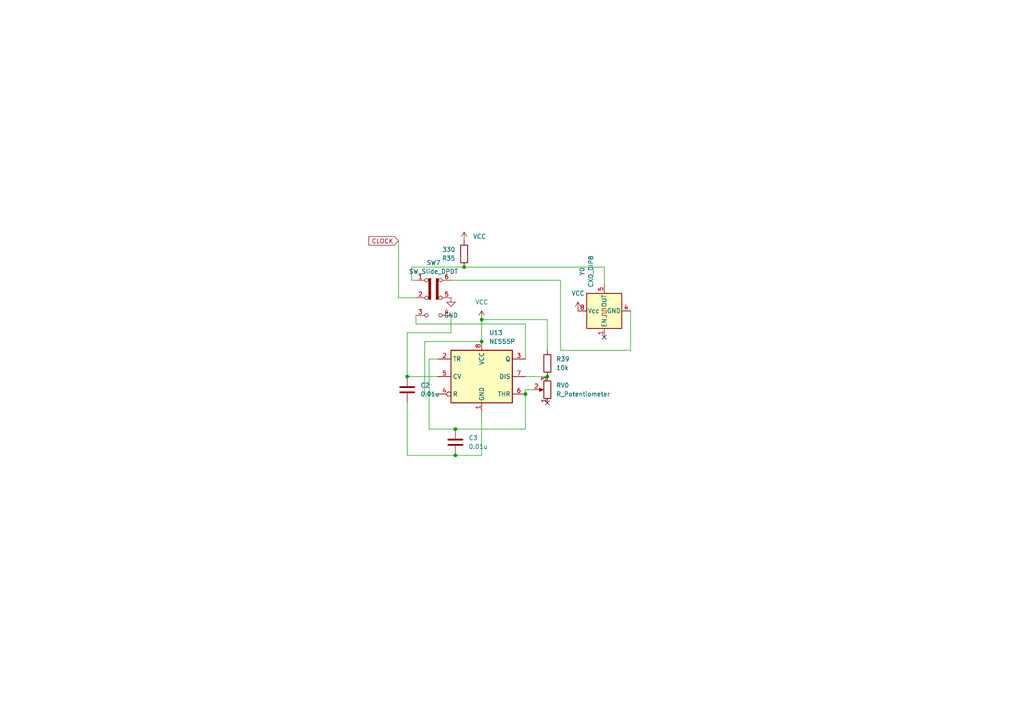
<source format=kicad_sch>
(kicad_sch (version 20250114) (generator "eeschema") (generator_version "9.0")
  (paper "A4")
  (lib_symbols
    (symbol "Device:C" (pin_numbers (hide yes)) (pin_names (offset 0.254))
      (property "Reference" "C" (at 0.635 2.54 0))
      (property "Value" "C" (at 0.635 -2.54 0))
      (symbol "C_0_1"
        (polyline (pts (xy -2.032 0.762) (xy 2.032 0.762)) (stroke (width 0.508)))
        (polyline (pts (xy -2.032 -0.762) (xy 2.032 -0.762)) (stroke (width 0.508)))
      )
      (symbol "C_1_1"
        (pin passive line (at 0 3.81 270) (length 2.794) (name "~") (number "1"))
        (pin passive line (at 0 -3.81 90) (length 2.794) (name "~") (number "2"))
      )
    )
    (symbol "Device:R" (pin_numbers (hide yes)) (pin_names (offset 0))
      (property "Reference" "R" (at 2.032 0 90))
      (property "Value" "R" (at 0 0 90))
      (symbol "R_0_1"
        (rectangle (start -1.016 -2.54) (end 1.016 2.54) (stroke (width 0.254)))
      )
      (symbol "R_1_1"
        (pin passive line (at 0 3.81 270) (length 1.27) (name "~") (number "1"))
        (pin passive line (at 0 -3.81 90) (length 1.27) (name "~") (number "2"))
      )
    )
    (symbol "Device:R_Potentiometer" (pin_names (offset 1.016) (hide yes))
      (property "Reference" "RV" (at -4.445 0 90))
      (property "Value" "R_Potentiometer" (at -2.54 0 90))
      (symbol "R_Potentiometer_0_1"
        (rectangle (start 1.016 2.54) (end -1.016 -2.54) (stroke (width 0.254)))
        (polyline (pts (xy 1.143 0) (xy 2.286 0.508) (xy 2.286 -0.508) (xy 1.143 0)) (fill (type outline)))
        (polyline (pts (xy 2.54 0) (xy 1.524 0)))
      )
      (symbol "R_Potentiometer_1_1"
        (pin passive line (at 0 3.81 270) (length 1.27) (name "1") (number "1"))
        (pin passive line (at 0 -3.81 90) (length 1.27) (name "3") (number "3"))
        (pin passive line (at 3.81 0 180) (length 1.27) (name "2") (number "2"))
      )
    )
    (symbol "Oscillator:CXO_DIP8" (pin_names (offset 0.254))
      (property "Reference" "Y" (at -5.08 6.35 0))
      (property "Value" "CXO_DIP8" (at 1.27 -6.35 0))
      (symbol "CXO_DIP8_0_1"
        (rectangle (start -5.08 5.08) (end 5.08 -5.08) (stroke (width 0.254)) (fill (type background)))
        (polyline (pts (xy -1.905 -0.635) (xy -1.27 -0.635) (xy -1.27 0.635) (xy -0.635 0.635) (xy -0.635 -0.635) (xy 0 -0.635) (xy 0 0.635) (xy 0.635 0.635) (xy 0.635 -0.635)))
      )
      (symbol "CXO_DIP8_1_1"
        (pin input line (at -7.62 0 0) (length 2.54) (name "EN") (number "1"))
        (pin power_in line (at 0 7.62 270) (length 2.54) (name "Vcc") (number "8"))
        (pin power_in line (at 0 -7.62 90) (length 2.54) (name "GND") (number "4"))
        (pin output line (at 7.62 0 180) (length 2.54) (name "OUT") (number "5"))
      )
    )
    (symbol "Switch:SW_Slide_DPDT" (pin_names (offset 0) (hide yes))
      (property "Reference" "SW" (at 0 6.858 0))
      (property "Value" "SW_Slide_DPDT" (at 0 -8.128 0))
      (symbol "SW_Slide_DPDT_0_0"
        (circle (center -2.032 5.08) (radius 0.508))
        (circle (center -2.032 -5.08) (radius 0.508))
        (circle (center 2.032 0) (radius 0.508))
        (circle (center 2.032 -5.08) (radius 0.508))
      )
      (symbol "SW_Slide_DPDT_0_1"
        (circle (center -2.032 0) (radius 0.508))
        (circle (center 2.032 5.08) (radius 0.508))
      )
      (symbol "SW_Slide_DPDT_1_1"
        (rectangle (start -1.397 5.588) (end -0.762 -0.508) (fill (type outline)))
        (rectangle (start 0.762 5.588) (end 1.397 -0.508) (fill (type outline)))
        (pin passive line (at -5.08 5.08 0) (length 2.54) (name "A") (number "1"))
        (pin passive line (at -5.08 0 0) (length 2.54) (name "B") (number "2"))
        (pin passive line (at -5.08 -5.08 0) (length 2.54) (name "C") (number "3"))
        (pin passive line (at 5.08 5.08 180) (length 2.54) (name "C") (number "6"))
        (pin passive line (at 5.08 0 180) (length 2.54) (name "B") (number "5"))
        (pin passive line (at 5.08 -5.08 180) (length 2.54) (name "A") (number "4"))
      )
    )
    (symbol "Timer:NE555P"
      (property "Reference" "U" (at -10.16 8.89 0))
      (property "Value" "NE555P" (at 2.54 8.89 0))
      (symbol "NE555P_0_0"
        (pin power_in line (at 0 10.16 270) (length 2.54) (name "VCC") (number "8"))
        (pin power_in line (at 0 -10.16 90) (length 2.54) (name "GND") (number "1"))
      )
      (symbol "NE555P_0_1"
        (rectangle (start -8.89 -7.62) (end 8.89 7.62) (stroke (width 0.254)) (fill (type background)))
        (rectangle (start -8.89 -7.62) (end 8.89 7.62) (stroke (width 0.254)) (fill (type background)))
      )
      (symbol "NE555P_1_1"
        (pin input line (at -12.7 5.08 0) (length 3.81) (name "TR") (number "2"))
        (pin input line (at -12.7 0 0) (length 3.81) (name "CV") (number "5"))
        (pin input inverted (at -12.7 -5.08 0) (length 3.81) (name "R") (number "4"))
        (pin output line (at 12.7 5.08 180) (length 3.81) (name "Q") (number "3"))
        (pin input line (at 12.7 0 180) (length 3.81) (name "DIS") (number "7"))
        (pin input line (at 12.7 -5.08 180) (length 3.81) (name "THR") (number "6"))
      )
    )
    (symbol "power:GND" (power) (pin_numbers (hide yes)) (pin_names (offset 0) (hide yes))
      (property "Value" "GND" (at 0 -3.81 0))
      (symbol "GND_0_1"
        (polyline (pts (xy 0 0) (xy 0 -1.27) (xy 1.27 -1.27) (xy 0 -2.54) (xy -1.27 -1.27) (xy 0 -1.27)))
      )
      (symbol "GND_1_1"
        (pin power_in line (at 0 0 270) (length 0) (name "~") (number "1"))
      )
    )
    (symbol "power:VCC" (power) (pin_numbers (hide yes)) (pin_names (offset 0) (hide yes))
      (property "Value" "VCC" (at 0 3.556 0))
      (symbol "VCC_0_1"
        (polyline (pts (xy -0.762 1.27) (xy 0 2.54)))
        (polyline (pts (xy 0 2.54) (xy 0.762 1.27)))
        (polyline (pts (xy 0 0) (xy 0 2.54)))
      )
      (symbol "VCC_1_1"
        (pin power_in line (at 0 0 90) (length 0) (name "~") (number "1"))
      )
    )
  )
  (junction (at 132.08 132.08))
  (junction (at 132.08 124.46))
  (junction (at 118.11 109.22))
  (junction (at 139.7 92.71))
  (junction (at 158.75 109.22))
  (junction (at 134.62 77.47))
  (junction (at 152.4 114.3))
  (junction (at 139.7 99.06))
  (no_connect (at 175.26 97.79))
  (no_connect (at 158.75 116.84))
  (wire (pts (xy 124.46 104.14) (xy 124.46 124.46)))
  (wire (pts (xy 139.7 92.71) (xy 139.7 99.06)))
  (wire (pts (xy 162.56 81.28) (xy 162.56 101.6)))
  (wire (pts (xy 162.56 101.6) (xy 182.88 101.6)))
  (wire (pts (xy 139.7 132.08) (xy 132.08 132.08)))
  (wire (pts (xy 127 104.14) (xy 124.46 104.14)))
  (wire (pts (xy 115.57 86.36) (xy 115.57 69.85)))
  (wire (pts (xy 127 114.3) (xy 123.19 114.3)))
  (wire (pts (xy 118.11 109.22) (xy 118.11 96.52)))
  (wire (pts (xy 139.7 119.38) (xy 139.7 132.08)))
  (wire (pts (xy 123.19 114.3) (xy 123.19 99.06)))
  (wire (pts (xy 118.11 96.52) (xy 130.81 96.52)))
  (wire (pts (xy 120.65 93.98) (xy 120.65 91.44)))
  (wire (pts (xy 118.11 116.84) (xy 118.11 132.08)))
  (wire (pts (xy 118.11 109.22) (xy 127 109.22)))
  (wire (pts (xy 152.4 124.46) (xy 152.4 114.3)))
  (wire (pts (xy 154.94 113.03) (xy 152.4 113.03)))
  (wire (pts (xy 124.46 124.46) (xy 132.08 124.46)))
  (wire (pts (xy 152.4 93.98) (xy 120.65 93.98)))
  (wire (pts (xy 152.4 104.14) (xy 152.4 93.98)))
  (wire (pts (xy 134.62 77.47) (xy 119.38 77.47)))
  (wire (pts (xy 123.19 99.06) (xy 139.7 99.06)))
  (wire (pts (xy 119.38 81.28) (xy 120.65 81.28)))
  (wire (pts (xy 130.81 81.28) (xy 162.56 81.28)))
  (wire (pts (xy 118.11 132.08) (xy 132.08 132.08)))
  (wire (pts (xy 158.75 92.71) (xy 158.75 101.6)))
  (wire (pts (xy 175.26 77.47) (xy 134.62 77.47)))
  (wire (pts (xy 120.65 86.36) (xy 115.57 86.36)))
  (wire (pts (xy 152.4 113.03) (xy 152.4 114.3)))
  (wire (pts (xy 130.81 96.52) (xy 130.81 91.44)))
  (wire (pts (xy 119.38 77.47) (xy 119.38 81.28)))
  (wire (pts (xy 182.88 101.6) (xy 182.88 90.17)))
  (wire (pts (xy 152.4 109.22) (xy 158.75 109.22)))
  (wire (pts (xy 132.08 124.46) (xy 152.4 124.46)))
  (wire (pts (xy 139.7 92.71) (xy 158.75 92.71)))
  (wire (pts (xy 175.26 82.55) (xy 175.26 77.47)))
  (global_label "CLOCK" (shape input) (at 115.57 69.85 180) (property "Intersheetrefs" "${INTERSHEET_REFS}" (effects (hide yes))))
  (symbol (lib_id "Timer:NE555P") (at 139.7 109.22 0) (unit 1)
    (property "Reference" "U13" (at 141.8433 96.52 0) (effects (justify left)))
    (property "Value" "NE555P" (at 141.8433 99.06 0) (effects (justify left)))
    (property "Footprint" "Package_DIP:DIP-8_W7.62mm_Socket" (effects (hide yes)))
    (property "Datasheet" "http://www.ti.com/lit/ds/symlink/ne555.pdf" (effects (hide yes)))
    (property "Description" "Precision Timers, 555 compatible,  PDIP-8" (effects (hide yes)))
  )
  (symbol (lib_id "Device:R") (at 158.75 105.41 0) (unit 1)
    (property "Reference" "R39" (at 161.29 104.1399 0) (effects (justify left)))
    (property "Value" "10k" (at 161.29 106.6799 0) (effects (justify left)))
    (property "Footprint" "Resistor_THT:R_Axial_DIN0204_L3.6mm_D1.6mm_P7.62mm_Horizontal" (effects (hide yes)))
    (property "Description" "Resistor" (effects (hide yes)))
  )
  (symbol (lib_id "Device:R") (at 134.62 73.66 180) (unit 1)
    (property "Reference" "R35" (at 132.08 74.9301 0) (effects (justify left)))
    (property "Value" "330" (at 132.08 72.3901 0) (effects (justify left)))
    (property "Footprint" "Resistor_THT:R_Axial_DIN0204_L3.6mm_D1.6mm_P7.62mm_Horizontal" (effects (hide yes)))
    (property "Description" "Resistor" (effects (hide yes)))
  )
  (symbol (lib_id "power:GND") (at 130.81 86.36 0) (mirror y) (unit 1)
    (property "Reference" "#PWR059" (effects (hide yes)))
    (property "Value" "GND" (at 130.81 91.44 0))
    (property "Description" "Power symbol creates a global label with name \"GND\" , ground" (effects (hide yes)))
  )
  (symbol (lib_id "Switch:SW_Slide_DPDT") (at 125.73 86.36 0) (unit 1)
    (property "Reference" "SW7" (at 125.73 76.2 0))
    (property "Value" "SW_Slide_DPDT" (at 125.73 78.74 0))
    (property "Footprint" "Button_Switch_THT:SW_E-Switch_EG1271_SPDT" (effects (hide yes)))
    (property "Description" "Slide Switch, dual pole double throw" (effects (hide yes)))
  )
  (symbol (lib_id "power:VCC") (at 167.64 90.17 0) (unit 1)
    (property "Reference" "#PWR026" (effects (hide yes)))
    (property "Value" "VCC" (at 167.64 85.09 0))
    (property "Description" "Power symbol creates a global label with name \"VCC\"" (effects (hide yes)))
  )
  (symbol (lib_id "Oscillator:CXO_DIP8") (at 175.26 90.17 90) (unit 1)
    (property "Reference" "Y0" (at 168.8398 78.74 0))
    (property "Value" "CXO_DIP8" (at 171.3798 78.74 0))
    (property "Footprint" "Oscillator:Oscillator_DIP-8" (effects (hide yes)))
    (property "Datasheet" "http://cdn-reichelt.de/documents/datenblatt/B400/OSZI.pdf" (effects (hide yes)))
    (property "Description" "Crystal Clock Oscillator, DIP8-style metal package" (effects (hide yes)))
  )
  (symbol (lib_id "power:VCC") (at 134.62 69.85 0) (unit 1)
    (property "Reference" "#PWR027" (effects (hide yes)))
    (property "Value" "VCC" (at 137.16 68.5799 0) (effects (justify left)))
    (property "Description" "Power symbol creates a global label with name \"VCC\"" (effects (hide yes)))
  )
  (symbol (lib_id "Device:R_Potentiometer") (at 158.75 113.03 180) (unit 1)
    (property "Reference" "RV0" (at 161.29 111.7599 0) (effects (justify right)))
    (property "Value" "R_Potentiometer" (at 161.29 114.2999 0) (effects (justify right)))
    (property "Footprint" "Potentiometer_THT:Potentiometer_ACP_CA9-H5_Horizontal" (effects (hide yes)))
    (property "Description" "Potentiometer" (effects (hide yes)))
  )
  (symbol (lib_id "Device:C") (at 132.08 128.27 0) (unit 1)
    (property "Reference" "C3" (at 135.89 126.9999 0) (effects (justify left)))
    (property "Value" "0.01u" (at 135.89 129.5399 0) (effects (justify left)))
    (property "Footprint" "Capacitor_THT:CP_Radial_D5.0mm_P2.00mm" (effects (hide yes)))
    (property "Description" "Unpolarized capacitor" (effects (hide yes)))
  )
  (symbol (lib_id "Device:C") (at 118.11 113.03 0) (unit 1)
    (property "Reference" "C2" (at 121.92 111.7599 0) (effects (justify left)))
    (property "Value" "0.01u" (at 121.92 114.2999 0) (effects (justify left)))
    (property "Footprint" "Capacitor_THT:CP_Radial_D5.0mm_P2.00mm" (effects (hide yes)))
    (property "Description" "Unpolarized capacitor" (effects (hide yes)))
  )
  (symbol (lib_id "power:VCC") (at 139.7 92.71 0) (unit 1)
    (property "Reference" "#PWR028" (effects (hide yes)))
    (property "Value" "VCC" (at 139.7 87.63 0))
    (property "Description" "Power symbol creates a global label with name \"VCC\"" (effects (hide yes)))
  )
)
</source>
